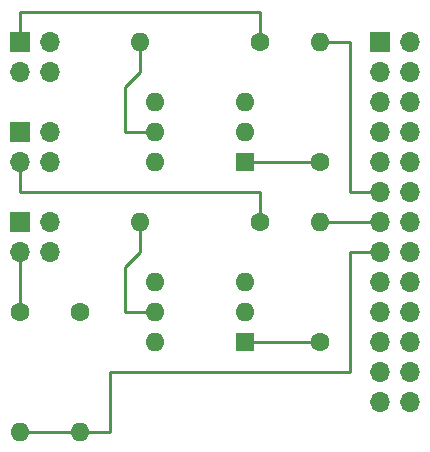
<source format=gbr>
G04 #@! TF.GenerationSoftware,KiCad,Pcbnew,5.1.4+dfsg1-2*
G04 #@! TF.CreationDate,2019-10-25T23:11:50+02:00*
G04 #@! TF.ProjectId,rpi_rpm,7270695f-7270-46d2-9e6b-696361645f70,rev?*
G04 #@! TF.SameCoordinates,Original*
G04 #@! TF.FileFunction,Copper,L1,Top*
G04 #@! TF.FilePolarity,Positive*
%FSLAX46Y46*%
G04 Gerber Fmt 4.6, Leading zero omitted, Abs format (unit mm)*
G04 Created by KiCad (PCBNEW 5.1.4+dfsg1-2) date 2019-10-25 23:11:50*
%MOMM*%
%LPD*%
G04 APERTURE LIST*
%ADD10R,1.700000X1.700000*%
%ADD11O,1.700000X1.700000*%
%ADD12C,1.600000*%
%ADD13O,1.600000X1.600000*%
%ADD14R,1.600000X1.600000*%
%ADD15C,0.250000*%
G04 APERTURE END LIST*
D10*
X165100000Y-82550000D03*
D11*
X167640000Y-82550000D03*
X165100000Y-85090000D03*
X167640000Y-85090000D03*
X165100000Y-87630000D03*
X167640000Y-87630000D03*
X165100000Y-90170000D03*
X167640000Y-90170000D03*
X165100000Y-92710000D03*
X167640000Y-92710000D03*
X165100000Y-95250000D03*
X167640000Y-95250000D03*
X165100000Y-97790000D03*
X167640000Y-97790000D03*
X165100000Y-100330000D03*
X167640000Y-100330000D03*
X165100000Y-102870000D03*
X167640000Y-102870000D03*
X165100000Y-105410000D03*
X167640000Y-105410000D03*
X165100000Y-107950000D03*
X167640000Y-107950000D03*
X165100000Y-110490000D03*
X167640000Y-110490000D03*
X165100000Y-113030000D03*
X167640000Y-113030000D03*
D12*
X160020000Y-92710000D03*
D13*
X160020000Y-82550000D03*
D12*
X154940000Y-82550000D03*
D13*
X144780000Y-82550000D03*
X160020000Y-97790000D03*
D12*
X160020000Y-107950000D03*
D13*
X144780000Y-97790000D03*
D12*
X154940000Y-97790000D03*
D13*
X134620000Y-115570000D03*
D12*
X134620000Y-105410000D03*
X139700000Y-105410000D03*
D13*
X139700000Y-115570000D03*
D14*
X153670000Y-92710000D03*
D13*
X146050000Y-87630000D03*
X153670000Y-90170000D03*
X146050000Y-90170000D03*
X153670000Y-87630000D03*
X146050000Y-92710000D03*
X146050000Y-107950000D03*
X153670000Y-102870000D03*
X146050000Y-105410000D03*
X153670000Y-105410000D03*
X146050000Y-102870000D03*
D14*
X153670000Y-107950000D03*
D10*
X134620000Y-82550000D03*
D11*
X137160000Y-82550000D03*
X134620000Y-85090000D03*
X137160000Y-85090000D03*
X137160000Y-92710000D03*
X134620000Y-92710000D03*
X137160000Y-90170000D03*
D10*
X134620000Y-90170000D03*
X134620000Y-97790000D03*
D11*
X137160000Y-97790000D03*
X134620000Y-100330000D03*
X137160000Y-100330000D03*
D15*
X160020000Y-82550000D02*
X162560000Y-82550000D01*
X162560000Y-82550000D02*
X162560000Y-95250000D01*
X162560000Y-95250000D02*
X165100000Y-95250000D01*
X160020000Y-97790000D02*
X165100000Y-97790000D01*
X165100000Y-100330000D02*
X162560000Y-100330000D01*
X134620000Y-115570000D02*
X139700000Y-115570000D01*
X139700000Y-115570000D02*
X142240000Y-115570000D01*
X142240000Y-115570000D02*
X142240000Y-110490000D01*
X142240000Y-110490000D02*
X162560000Y-110490000D01*
X162560000Y-110490000D02*
X162560000Y-100330000D01*
X154940000Y-80010000D02*
X154940000Y-82550000D01*
X134620000Y-82550000D02*
X134620000Y-80010000D01*
X134620000Y-80010000D02*
X154940000Y-80010000D01*
X134620000Y-92710000D02*
X134620000Y-95250000D01*
X134620000Y-95250000D02*
X154940000Y-95250000D01*
X154940000Y-95250000D02*
X154940000Y-97790000D01*
X153670000Y-92710000D02*
X160020000Y-92710000D01*
X144780000Y-82550000D02*
X144780000Y-85090000D01*
X144780000Y-85090000D02*
X143510000Y-86360000D01*
X143510000Y-86360000D02*
X143510000Y-90170000D01*
X143510000Y-90170000D02*
X146050000Y-90170000D01*
X153670000Y-107950000D02*
X160020000Y-107950000D01*
X143510000Y-101600000D02*
X143510000Y-105410000D01*
X143510000Y-105410000D02*
X146050000Y-105410000D01*
X144780000Y-97790000D02*
X144780000Y-100330000D01*
X144780000Y-100330000D02*
X143510000Y-101600000D01*
X134620000Y-100330000D02*
X134620000Y-105410000D01*
M02*

</source>
